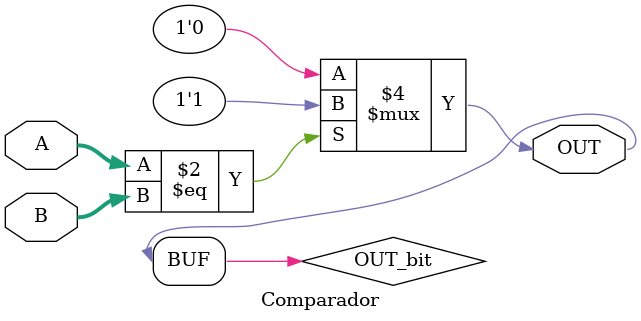
<source format=sv>
module Comparador
#(
	parameter Size = 16
)
(
	/* Inputs */
	input [Size - 1 : 0]A,
	input [Size - 1 : 0]B,
	
	/* Outputs */
	output OUT
	
);

bit OUT_bit;

always_comb begin: Comp

	if(A ==B)
		OUT_bit = 1'b1;
	else
		OUT_bit = 1'b0;

end

assign OUT = OUT_bit;

endmodule

</source>
